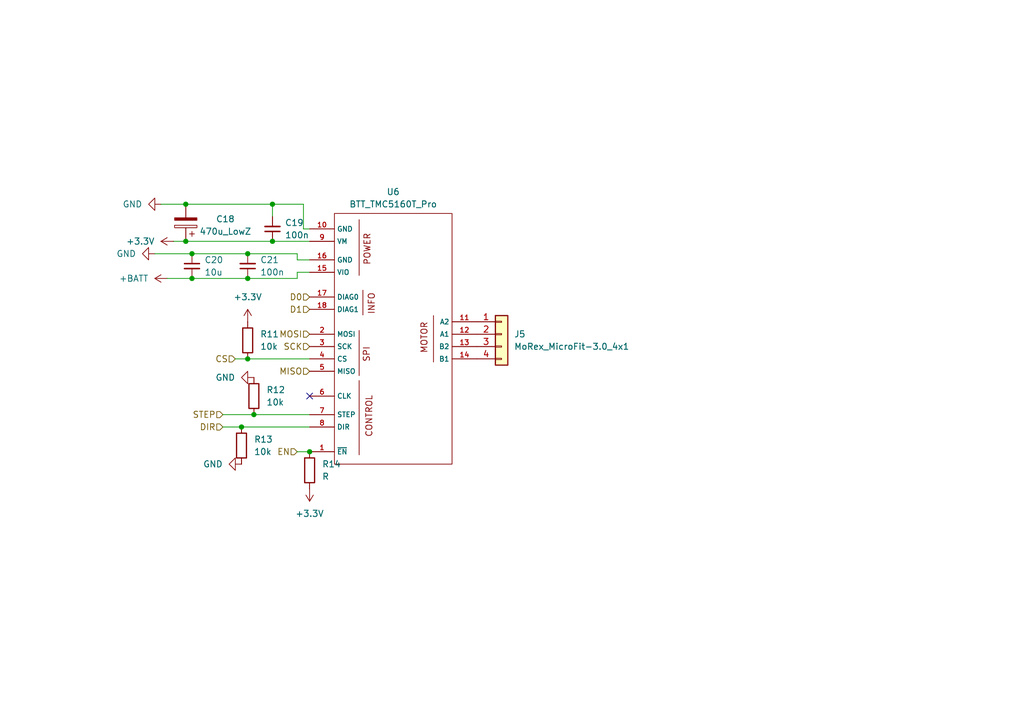
<source format=kicad_sch>
(kicad_sch (version 20250114) (generator "eeschema") (generator_version "9.0")
  (paper "A5")
  (title_block (title "Propulsion motor trigger") (date "2025-12-30") (rev "1") (company "Game Team SLSC"))
  (lib_symbols
    (symbol "Connector_Generic:Conn_01x04" (pin_names (offset 1.016) (hide yes))
      (property "Reference" "J" (at 0 5.08 0))
      (property "Value" "Conn_01x04" (at 0 -7.62 0))
      (symbol "Conn_01x04_1_1"
        (rectangle (start -1.27 3.81) (end 1.27 -6.35) (stroke (width 0.254)) (fill (type background)))
        (rectangle (start -1.27 2.667) (end 0 2.413) (stroke (width 0.1524)))
        (rectangle (start -1.27 0.127) (end 0 -0.127) (stroke (width 0.1524)))
        (rectangle (start -1.27 -2.413) (end 0 -2.667) (stroke (width 0.1524)))
        (rectangle (start -1.27 -4.953) (end 0 -5.207) (stroke (width 0.1524)))
        (pin passive line (at -5.08 2.54 0) (length 3.81) (name "Pin_1") (number "1"))
        (pin passive line (at -5.08 0 0) (length 3.81) (name "Pin_2") (number "2"))
        (pin passive line (at -5.08 -2.54 0) (length 3.81) (name "Pin_3") (number "3"))
        (pin passive line (at -5.08 -5.08 0) (length 3.81) (name "Pin_4") (number "4"))
      )
    )
    (symbol "Device:C_Polarized" (pin_numbers (hide yes)) (pin_names (offset 0.254))
      (property "Reference" "C" (at 0.635 2.54 0))
      (property "Value" "C_Polarized" (at 0.635 -2.54 0))
      (symbol "C_Polarized_0_1"
        (rectangle (start -2.286 0.508) (end 2.286 1.016))
        (polyline (pts (xy -1.778 2.286) (xy -0.762 2.286)))
        (polyline (pts (xy -1.27 2.794) (xy -1.27 1.778)))
        (rectangle (start 2.286 -0.508) (end -2.286 -1.016) (fill (type outline)))
      )
      (symbol "C_Polarized_1_1"
        (pin passive line (at 0 3.81 270) (length 2.794) (name "~") (number "1"))
        (pin passive line (at 0 -3.81 90) (length 2.794) (name "~") (number "2"))
      )
    )
    (symbol "Device:C_Small" (pin_numbers (hide yes)) (pin_names (offset 0.254) (hide yes))
      (property "Reference" "C" (at 0.254 1.778 0))
      (property "Value" "C_Small" (at 0.254 -2.032 0))
      (symbol "C_Small_0_1"
        (polyline (pts (xy -1.524 0.508) (xy 1.524 0.508)) (stroke (width 0.3048)))
        (polyline (pts (xy -1.524 -0.508) (xy 1.524 -0.508)) (stroke (width 0.3302)))
      )
      (symbol "C_Small_1_1"
        (pin passive line (at 0 2.54 270) (length 2.032) (name "~") (number "1"))
        (pin passive line (at 0 -2.54 90) (length 2.032) (name "~") (number "2"))
      )
    )
    (symbol "Device:R" (pin_numbers (hide yes)) (pin_names (offset 0))
      (property "Reference" "R" (at 2.032 0 90))
      (property "Value" "R" (at 0 0 90))
      (symbol "R_0_1"
        (rectangle (start -1.016 -2.54) (end 1.016 2.54) (stroke (width 0.254)))
      )
      (symbol "R_1_1"
        (pin passive line (at 0 3.81 270) (length 1.27) (name "~") (number "1"))
        (pin passive line (at 0 -3.81 90) (length 1.27) (name "~") (number "2"))
      )
    )
    (symbol "Project:BTT_TMC5160T_Pro"
      (property "Reference" "U" (at 1.27 56.134 0))
      (property "Value" "BTT_TMC5160T_Pro" (at 9.144 53.34 0))
      (symbol "BTT_TMC5160T_Pro_0_1"
        (rectangle (start 0 51.435) (end 24.13 0))
        (polyline (pts (xy 5.08 50.165) (xy 5.08 38.735)))
        (polyline (pts (xy 5.08 27.432) (xy 5.08 18.161)))
        (polyline (pts (xy 5.08 17.145) (xy 5.08 1.905)))
        (polyline (pts (xy 5.842 35.687) (xy 5.842 30.607)))
        (polyline (pts (xy 20.32 30.48) (xy 20.32 20.955)))
      )
      (symbol "BTT_TMC5160T_Pro_1_0"
        (pin power_in line (at -5.08 48.26 0) (length 5.08) (name "GND") (number "10"))
        (pin power_in line (at -5.08 45.72 0) (length 5.08) (name "VM") (number "9"))
        (pin power_in line (at -5.08 41.91 0) (length 5.08) (name "GND") (number "16"))
        (pin power_in line (at -5.08 39.37 0) (length 5.08) (name "VIO") (number "15"))
        (pin output line (at -5.08 34.29 0) (length 5.08) (name "DIAG0") (number "17"))
        (pin output line (at -5.08 31.75 0) (length 5.08) (name "DIAG1") (number "18"))
        (pin bidirectional line (at -5.08 26.67 0) (length 5.08) (name "MOSI") (number "2"))
        (pin bidirectional line (at -5.08 24.13 0) (length 5.08) (name "SCK") (number "3"))
        (pin input line (at -5.08 21.59 0) (length 5.08) (name "CS") (number "4"))
        (pin bidirectional line (at -5.08 19.05 0) (length 5.08) (name "MISO") (number "5"))
        (pin input line (at -5.08 13.97 0) (length 5.08) (name "CLK") (number "6"))
        (pin input line (at -5.08 10.16 0) (length 5.08) (name "STEP") (number "7"))
        (pin input line (at -5.08 7.62 0) (length 5.08) (name "DIR") (number "8"))
        (pin input line (at -5.08 2.54 0) (length 5.08) (name "~{EN}") (number "1"))
        (pin output line (at 29.21 29.21 180) (length 5.08) (name "A2") (number "11"))
        (pin output line (at 29.21 26.67 180) (length 5.08) (name "A1") (number "12"))
        (pin output line (at 29.21 24.13 180) (length 5.08) (name "B2") (number "13"))
        (pin output line (at 29.21 21.59 180) (length 5.08) (name "B1") (number "14"))
      )
      (symbol "BTT_TMC5160T_Pro_1_1"
        (text "SPI\n" (at 6.604 22.606 900) (effects (font (size 1.27 1.27))))
        (text "POWER" (at 6.731 44.196 900) (effects (font (size 1.27 1.27))))
        (text "CONTROL" (at 7.112 9.906 900) (effects (font (size 1.27 1.27))))
        (text "INFO" (at 7.62 33.02 900) (effects (font (size 1.27 1.27))))
        (text "MOTOR" (at 18.415 26.035 900) (effects (font (size 1.27 1.27))))
      )
    )
    (symbol "power:+3.3V" (power) (pin_numbers (hide yes)) (pin_names (offset 0) (hide yes))
      (property "Value" "+3.3V" (at 0 3.556 0))
      (symbol "+3.3V_0_1"
        (polyline (pts (xy -0.762 1.27) (xy 0 2.54)))
        (polyline (pts (xy 0 2.54) (xy 0.762 1.27)))
        (polyline (pts (xy 0 0) (xy 0 2.54)))
      )
      (symbol "+3.3V_1_1"
        (pin power_in line (at 0 0 90) (length 0) (name "~") (number "1"))
      )
    )
    (symbol "power:+BATT" (power) (pin_numbers (hide yes)) (pin_names (offset 0) (hide yes))
      (property "Value" "+BATT" (at 0 3.556 0))
      (symbol "+BATT_0_1"
        (polyline (pts (xy -0.762 1.27) (xy 0 2.54)))
        (polyline (pts (xy 0 2.54) (xy 0.762 1.27)))
        (polyline (pts (xy 0 0) (xy 0 2.54)))
      )
      (symbol "+BATT_1_1"
        (pin power_in line (at 0 0 90) (length 0) (name "~") (number "1"))
      )
    )
    (symbol "power:GND" (power) (pin_numbers (hide yes)) (pin_names (offset 0) (hide yes))
      (property "Value" "GND" (at 0 -3.81 0))
      (symbol "GND_0_1"
        (polyline (pts (xy 0 0) (xy 0 -1.27) (xy 1.27 -1.27) (xy 0 -2.54) (xy -1.27 -1.27) (xy 0 -1.27)))
      )
      (symbol "GND_1_1"
        (pin power_in line (at 0 0 270) (length 0) (name "~") (number "1"))
      )
    )
  )
  (bus_alias "Prop" (members "D0" "D1" "STEP" "DIR" "CS"))
  (junction (at 38.1 41.91))
  (junction (at 49.53 87.63))
  (junction (at 52.07 85.09))
  (junction (at 50.8 57.15))
  (junction (at 38.1 49.53))
  (junction (at 63.5 92.71))
  (junction (at 50.8 52.07))
  (junction (at 39.37 57.15))
  (junction (at 39.37 52.07))
  (junction (at 55.88 41.91))
  (junction (at 55.88 49.53))
  (junction (at 50.8 73.66))
  (no_connect (at 63.5 81.28))
  (wire (pts (xy 55.88 49.53) (xy 63.5 49.53)))
  (wire (pts (xy 60.96 52.07) (xy 60.96 53.34)))
  (wire (pts (xy 60.96 53.34) (xy 63.5 53.34)))
  (wire (pts (xy 55.88 41.91) (xy 55.88 44.45)))
  (wire (pts (xy 52.07 85.09) (xy 63.5 85.09)))
  (wire (pts (xy 62.23 46.99) (xy 63.5 46.99)))
  (wire (pts (xy 50.8 52.07) (xy 60.96 52.07)))
  (wire (pts (xy 39.37 57.15) (xy 50.8 57.15)))
  (wire (pts (xy 50.8 73.66) (xy 63.5 73.66)))
  (wire (pts (xy 33.02 41.91) (xy 38.1 41.91)))
  (wire (pts (xy 60.96 55.88) (xy 63.5 55.88)))
  (wire (pts (xy 39.37 52.07) (xy 50.8 52.07)))
  (wire (pts (xy 62.23 41.91) (xy 62.23 46.99)))
  (wire (pts (xy 45.72 85.09) (xy 52.07 85.09)))
  (wire (pts (xy 34.29 57.15) (xy 39.37 57.15)))
  (wire (pts (xy 48.26 73.66) (xy 50.8 73.66)))
  (wire (pts (xy 35.56 49.53) (xy 38.1 49.53)))
  (wire (pts (xy 49.53 87.63) (xy 63.5 87.63)))
  (wire (pts (xy 60.96 92.71) (xy 63.5 92.71)))
  (wire (pts (xy 31.75 52.07) (xy 39.37 52.07)))
  (wire (pts (xy 55.88 41.91) (xy 62.23 41.91)))
  (wire (pts (xy 45.72 87.63) (xy 49.53 87.63)))
  (wire (pts (xy 38.1 41.91) (xy 55.88 41.91)))
  (wire (pts (xy 50.8 57.15) (xy 60.96 57.15)))
  (wire (pts (xy 60.96 57.15) (xy 60.96 55.88)))
  (wire (pts (xy 38.1 49.53) (xy 55.88 49.53)))
  (hierarchical_label "MOSI" (shape input) (at 63.5 68.58 180))
  (hierarchical_label "EN" (shape input) (at 60.96 92.71 180))
  (hierarchical_label "D0" (shape input) (at 63.5 60.96 180))
  (hierarchical_label "CS" (shape input) (at 48.26 73.66 180))
  (hierarchical_label "D1" (shape input) (at 63.5 63.5 180))
  (hierarchical_label "DIR" (shape input) (at 45.72 87.63 180))
  (hierarchical_label "SCK" (shape input) (at 63.5 71.12 180))
  (hierarchical_label "MISO" (shape input) (at 63.5 76.2 180))
  (hierarchical_label "STEP" (shape input) (at 45.72 85.09 180))
  (symbol (lib_id "power:GND") (at 31.75 52.07 270) (unit 1)
    (property "Reference" "#PWR036" (effects (hide yes)))
    (property "Value" "GND" (at 27.94 52.0699 90) (effects (justify right)))
    (property "Description" "Power symbol creates a global label with name \"GND\" , ground" (effects (hide yes)))
    (instances (project "eurobot-2026-robot-pcb" (path "" (reference "#PWR036") (unit 1)) (path "" (reference "#PWR0125") (unit 1)) (path "" (reference "#PWR0141") (unit 1)) (path "" (reference "#PWR0133") (unit 1))))
  )
  (symbol (lib_id "power:+3.3V") (at 35.56 49.53 90) (unit 1)
    (property "Reference" "#PWR035" (effects (hide yes)))
    (property "Value" "+3.3V" (at 31.75 49.5299 90) (effects (justify left)))
    (property "Description" "Power symbol creates a global label with name \"+3.3V\"" (effects (hide yes)))
    (instances (project "eurobot-2026-robot-pcb" (path "" (reference "#PWR035") (unit 1)) (path "" (reference "#PWR0124") (unit 1)) (path "" (reference "#PWR0140") (unit 1)) (path "" (reference "#PWR0132") (unit 1))))
  )
  (symbol (lib_id "Device:R") (at 50.8 69.85 0) (unit 1)
    (property "Reference" "R11" (at 53.34 68.5799 0) (effects (justify left)))
    (property "Value" "10k" (at 53.34 71.1199 0) (effects (justify left)))
    (property "Footprint" "Resistor_SMD:R_0805_2012Metric_Pad1.20x1.40mm_HandSolder" (effects (hide yes)))
    (property "Description" "Resistor" (effects (hide yes)))
    (instances (project "eurobot-2026-robot-pcb" (path "" (reference "R11") (unit 1)) (path "" (reference "R32") (unit 1)) (path "" (reference "R40") (unit 1)) (path "" (reference "R36") (unit 1))))
  )
  (symbol (lib_id "power:+3.3V") (at 63.5 100.33 180) (unit 1)
    (property "Reference" "#PWR041" (effects (hide yes)))
    (property "Value" "+3.3V" (at 63.5 105.41 0))
    (property "Description" "Power symbol creates a global label with name \"+3.3V\"" (effects (hide yes)))
    (instances (project "eurobot-2026-robot-pcb" (path "" (reference "#PWR041") (unit 1)) (path "" (reference "#PWR0130") (unit 1)) (path "" (reference "#PWR0146") (unit 1)) (path "" (reference "#PWR0138") (unit 1))))
  )
  (symbol (lib_id "Device:C_Small") (at 39.37 54.61 0) (unit 1)
    (property "Reference" "C20" (at 41.91 53.3462 0) (effects (justify left)))
    (property "Value" "10u" (at 41.91 55.8862 0) (effects (justify left)))
    (property "Description" "Unpolarized capacitor, small symbol" (effects (hide yes)))
    (instances (project "eurobot-2026-robot-pcb" (path "" (reference "C20") (unit 1)) (path "" (reference "C63") (unit 1)) (path "" (reference "C71") (unit 1)) (path "" (reference "C67") (unit 1))))
  )
  (symbol (lib_id "Project:BTT_TMC5160T_Pro") (at 68.58 95.25 0) (unit 1)
    (property "Reference" "U6" (at 80.645 39.37 0))
    (property "Value" "BTT_TMC5160T_Pro" (at 80.645 41.91 0))
    (property "Footprint" "Project:BTT_TMC5160T_Pro" (effects (hide yes)))
    (instances (project "eurobot-2026-robot-pcb" (path "" (reference "U6") (unit 1)) (path "" (reference "U12") (unit 1)) (path "" (reference "U14") (unit 1)) (path "" (reference "U13") (unit 1))))
  )
  (symbol (lib_id "Device:R") (at 52.07 81.28 0) (unit 1)
    (property "Reference" "R12" (at 54.61 80.0099 0) (effects (justify left)))
    (property "Value" "10k" (at 54.61 82.5499 0) (effects (justify left)))
    (property "Description" "Resistor" (effects (hide yes)))
    (instances (project "eurobot-2026-robot-pcb" (path "" (reference "R12") (unit 1)) (path "" (reference "R33") (unit 1)) (path "" (reference "R41") (unit 1)) (path "" (reference "R37") (unit 1))))
  )
  (symbol (lib_id "Device:C_Small") (at 55.88 46.99 180) (unit 1)
    (property "Reference" "C19" (at 58.42 45.7135 0) (effects (justify right)))
    (property "Value" "100n" (at 58.42 48.2535 0) (effects (justify right)))
    (property "Footprint" "Capacitor_SMD:C_0805_2012Metric_Pad1.18x1.45mm_HandSolder" (effects (hide yes)))
    (property "Description" "Unpolarized capacitor, small symbol" (effects (hide yes)))
    (instances (project "eurobot-2026-robot-pcb" (path "" (reference "C19") (unit 1)) (path "" (reference "C62") (unit 1)) (path "" (reference "C70") (unit 1)) (path "" (reference "C66") (unit 1))))
  )
  (symbol (lib_id "Device:C_Small") (at 50.8 54.61 180) (unit 1)
    (property "Reference" "C21" (at 53.34 53.3335 0) (effects (justify right)))
    (property "Value" "100n" (at 53.34 55.8735 0) (effects (justify right)))
    (property "Footprint" "Capacitor_SMD:C_0805_2012Metric_Pad1.18x1.45mm_HandSolder" (effects (hide yes)))
    (property "Description" "Unpolarized capacitor, small symbol" (effects (hide yes)))
    (instances (project "eurobot-2026-robot-pcb" (path "" (reference "C21") (unit 1)) (path "" (reference "C64") (unit 1)) (path "" (reference "C72") (unit 1)) (path "" (reference "C68") (unit 1))))
  )
  (symbol (lib_id "power:GND") (at 52.07 77.47 270) (unit 1)
    (property "Reference" "#PWR039" (effects (hide yes)))
    (property "Value" "GND" (at 48.26 77.4699 90) (effects (justify right)))
    (property "Description" "Power symbol creates a global label with name \"GND\" , ground" (effects (hide yes)))
    (instances (project "eurobot-2026-robot-pcb" (path "" (reference "#PWR039") (unit 1)) (path "" (reference "#PWR0128") (unit 1)) (path "" (reference "#PWR0144") (unit 1)) (path "" (reference "#PWR0136") (unit 1))))
  )
  (symbol (lib_id "Connector_Generic:Conn_01x04") (at 102.87 68.58 0) (unit 1)
    (property "Reference" "J5" (at 105.41 68.5799 0) (effects (justify left)))
    (property "Value" "MoRex_MicroFit-3.0_4x1" (at 105.41 71.1199 0) (effects (justify left)))
    (property "Footprint" "Connector_Molex:Molex_Micro-Fit_3.0_43650-0415_1x04_P3.00mm_Vertical" (effects (hide yes)))
    (property "Description" "Generic connector, single row, 01x04, script generated (kicad-library-utils/schlib/autogen/connector/)" (effects (hide yes)))
    (instances (project "eurobot-2026-robot-pcb" (path "" (reference "J5") (unit 1)) (path "" (reference "J12") (unit 1)) (path "" (reference "J14") (unit 1)) (path "" (reference "J13") (unit 1))))
  )
  (symbol (lib_id "power:GND") (at 49.53 95.25 270) (unit 1)
    (property "Reference" "#PWR040" (effects (hide yes)))
    (property "Value" "GND" (at 45.72 95.2499 90) (effects (justify right)))
    (property "Description" "Power symbol creates a global label with name \"GND\" , ground" (effects (hide yes)))
    (instances (project "eurobot-2026-robot-pcb" (path "" (reference "#PWR040") (unit 1)) (path "" (reference "#PWR0129") (unit 1)) (path "" (reference "#PWR0145") (unit 1)) (path "" (reference "#PWR0137") (unit 1))))
  )
  (symbol (lib_id "Device:C_Polarized") (at 38.1 45.72 180) (unit 1)
    (property "Reference" "C18" (at 46.228 44.958 0))
    (property "Value" "470u_LowZ" (at 46.228 47.498 0))
    (property "Footprint" "Capacitor_THT:CP_Radial_D8.0mm_P3.50mm" (effects (hide yes)))
    (property "Description" "Polarized capacitor" (effects (hide yes)))
    (property "MPN" "EEUFR1C182L" (effects (hide yes)))
    (property "Manufacturer" "Panasonic" (effects (hide yes)))
    (instances (project "" (path "" (reference "C18") (unit 1)) (path "" (reference "C18") (unit 1)) (path "" (reference "C61") (unit 1)) (path "" (reference "C69") (unit 1)) (path "" (reference "C65") (unit 1))))
  )
  (symbol (lib_id "power:+BATT") (at 34.29 57.15 90) (unit 1)
    (property "Reference" "#PWR037" (effects (hide yes)))
    (property "Value" "+BATT" (at 30.48 57.1499 90) (effects (justify left)))
    (property "Description" "Power symbol creates a global label with name \"+BATT\"" (effects (hide yes)))
    (instances (project "eurobot-2026-robot-pcb" (path "" (reference "#PWR037") (unit 1)) (path "" (reference "#PWR0126") (unit 1)) (path "" (reference "#PWR0142") (unit 1)) (path "" (reference "#PWR0134") (unit 1))))
  )
  (symbol (lib_id "Device:R") (at 49.53 91.44 180) (unit 1)
    (property "Reference" "R13" (at 52.07 90.1699 0) (effects (justify right)))
    (property "Value" "10k" (at 52.07 92.7099 0) (effects (justify right)))
    (property "Footprint" "Resistor_SMD:R_0805_2012Metric_Pad1.20x1.40mm_HandSolder" (effects (hide yes)))
    (property "Description" "Resistor" (effects (hide yes)))
    (instances (project "eurobot-2026-robot-pcb" (path "" (reference "R13") (unit 1)) (path "" (reference "R34") (unit 1)) (path "" (reference "R42") (unit 1)) (path "" (reference "R38") (unit 1))))
  )
  (symbol (lib_id "power:GND") (at 33.02 41.91 270) (unit 1)
    (property "Reference" "#PWR034" (effects (hide yes)))
    (property "Value" "GND" (at 29.21 41.9099 90) (effects (justify right)))
    (property "Description" "Power symbol creates a global label with name \"GND\" , ground" (effects (hide yes)))
    (instances (project "eurobot-2026-robot-pcb" (path "" (reference "#PWR034") (unit 1)) (path "" (reference "#PWR0123") (unit 1)) (path "" (reference "#PWR0139") (unit 1)) (path "" (reference "#PWR0131") (unit 1))))
  )
  (symbol (lib_id "power:+3.3V") (at 50.8 66.04 0) (unit 1)
    (property "Reference" "#PWR038" (effects (hide yes)))
    (property "Value" "+3.3V" (at 50.8 60.96 0))
    (property "Description" "Power symbol creates a global label with name \"+3.3V\"" (effects (hide yes)))
    (instances (project "eurobot-2026-robot-pcb" (path "" (reference "#PWR038") (unit 1)) (path "" (reference "#PWR0127") (unit 1)) (path "" (reference "#PWR0143") (unit 1)) (path "" (reference "#PWR0135") (unit 1))))
  )
  (symbol (lib_id "Device:R") (at 63.5 96.52 180) (unit 1)
    (property "Reference" "R14" (at 66.04 95.2499 0) (effects (justify right)))
    (property "Value" "R" (at 66.04 97.7899 0) (effects (justify right)))
    (property "Footprint" "Resistor_SMD:R_0805_2012Metric_Pad1.20x1.40mm_HandSolder" (effects (hide yes)))
    (property "Description" "Resistor" (effects (hide yes)))
    (instances (project "eurobot-2026-robot-pcb" (path "" (reference "R14") (unit 1)) (path "" (reference "R35") (unit 1)) (path "" (reference "R43") (unit 1)) (path "" (reference "R39") (unit 1))))
  )
)
</source>
